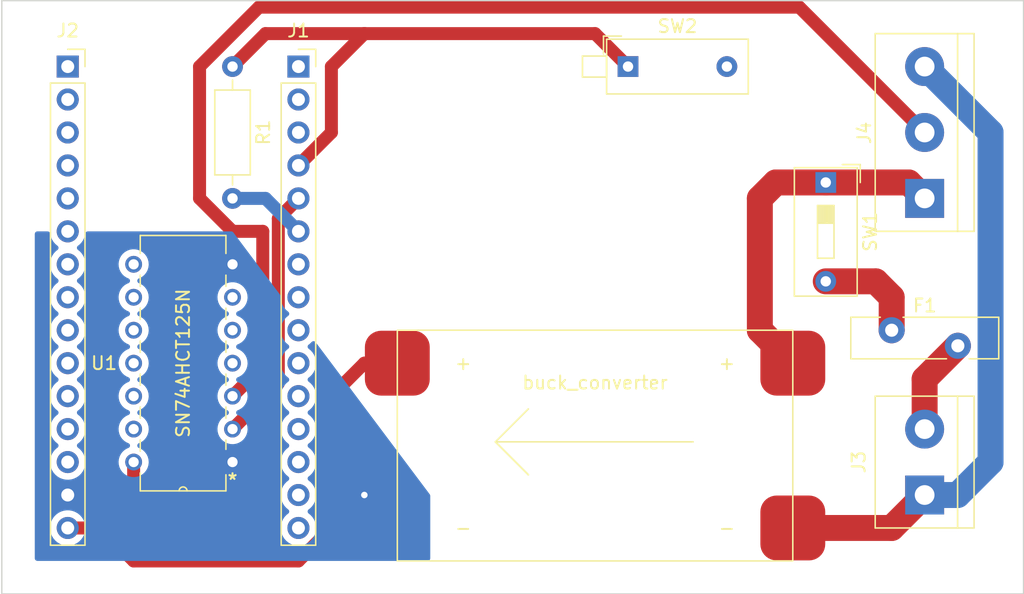
<source format=kicad_pcb>
(kicad_pcb (version 20211014) (generator pcbnew)
  (layers (0 "F.Cu" signal) (31 "B.Cu" signal) (34 "B.Paste" user) (35 "F.Paste" user) (36 "B.SilkS" user "B.Silkscreen") (37 "F.SilkS" user "F.Silkscreen") (38 "B.Mask" user) (39 "F.Mask" user) (44 "Edge.Cuts" user))
  (net 0 "")
  (net 21 "GND")
  (net 31 "Net-(J4-Pad2)")
  (net 32 "+12V")
  (net 33 "+5V")
  (net 34 "Net-(R1-Pad1)")
  (net 35 "Net-(U1-Pad2)")
  (net 36 "Net-(R1-Pad2)")
  (net 42 "Net-(F1-Pad1)")
  (net 43 "Net-(J3-Pad2)")
  (footprint "Resistor_THT:R_Axial_DIN0207_L6.3mm_D2.5mm_P10.16mm_Horizontal" (layer "F.Cu") (at 152.4 104.14 -90)
    (fp_text reference "R1" (at 5.08 -2.37 90) (layer "F.SilkS"))
    (fp_text value "R")
    (fp_line (start 1.04 0) (end 1.81 0) (layer "F.SilkS") (width 0.12))
    (fp_line (start 1.81 -1.37) (end 1.81 1.37) (layer "F.SilkS") (width 0.12))
    (fp_line (start 1.81 1.37) (end 8.35 1.37) (layer "F.SilkS") (width 0.12))
    (fp_line (start 8.35 -1.37) (end 1.81 -1.37) (layer "F.SilkS") (width 0.12))
    (fp_line (start 9.12 0) (end 8.35 0) (layer "F.SilkS") (width 0.12))
    (fp_line (start 8.35 1.37) (end 8.35 -1.37) (layer "F.SilkS") (width 0.12))
    (pad "1" thru_hole circle (at 0 0 270) (size 1.6 1.6) (drill 0.8) (layers *.Cu *.Mask) (net 34 "Net-(R1-Pad1)"))
    (pad "2" thru_hole oval (at 10.16 0 270) (size 1.6 1.6) (drill 0.8) (layers *.Cu *.Mask) (net 36 "Net-(R1-Pad2)"))
  )
  (footprint "TerminalBlock:TerminalBlock_bornier-3_P5.08mm" (layer "F.Cu") (at 205.74 114.3 90)
    (fp_text reference "J4" (at 5.05 -4.65 90) (layer "F.SilkS"))
    (fp_text value "led_output")
    (fp_line (start -2.54 -3.81) (end 12.7 -3.81) (layer "F.SilkS") (width 0.12))
    (fp_line (start 12.7 3.81) (end 12.7 -3.81) (layer "F.SilkS") (width 0.12))
    (fp_line (start -2.54 3.81) (end -2.54 -3.81) (layer "F.SilkS") (width 0.12))
    (fp_line (start -2.54 3.81) (end 12.7 3.81) (layer "F.SilkS") (width 0.12))
    (fp_line (start -2.54 2.54) (end 12.7 2.54) (layer "F.SilkS") (width 0.12))
    (pad "1" thru_hole rect (at 0 0 90) (size 3 3) (drill 1.52) (layers *.Cu *.Mask) (net 32 "+12V"))
    (pad "2" thru_hole circle (at 5.08 0 90) (size 3 3) (drill 1.52) (layers *.Cu *.Mask) (net 31 "Net-(J4-Pad2)"))
    (pad "3" thru_hole circle (at 10.16 0 90) (size 3 3) (drill 1.52) (layers *.Cu *.Mask) (net 21 "GND"))
  )
  (footprint "Connector_PinSocket_2.54mm:PinSocket_1x15_P2.54mm_Vertical" (layer "F.Cu") (at 157.48 104.14)
    (fp_text reference "J1" (at 0 -2.77) (layer "F.SilkS"))
    (fp_text value "Conn_01x15")
    (fp_line (start 1.33 1.27) (end 1.33 36.89) (layer "F.SilkS") (width 0.12))
    (fp_line (start 0 -1.33) (end 1.33 -1.33) (layer "F.SilkS") (width 0.12))
    (fp_line (start -1.33 1.27) (end 1.33 1.27) (layer "F.SilkS") (width 0.12))
    (fp_line (start -1.33 36.89) (end 1.33 36.89) (layer "F.SilkS") (width 0.12))
    (fp_line (start -1.33 1.27) (end -1.33 36.89) (layer "F.SilkS") (width 0.12))
    (fp_line (start 1.33 -1.33) (end 1.33 0) (layer "F.SilkS") (width 0.12))
    (pad "1" thru_hole rect (at 0 0) (size 1.7 1.7) (drill 1) (layers *.Cu *.Mask))
    (pad "2" thru_hole oval (at 0 2.54) (size 1.7 1.7) (drill 1) (layers *.Cu *.Mask))
    (pad "3" thru_hole oval (at 0 5.08) (size 1.7 1.7) (drill 1) (layers *.Cu *.Mask))
    (pad "4" thru_hole oval (at 0 7.62) (size 1.7 1.7) (drill 1) (layers *.Cu *.Mask) (net 34 "Net-(R1-Pad1)"))
    (pad "5" thru_hole oval (at 0 10.16) (size 1.7 1.7) (drill 1) (layers *.Cu *.Mask) (net 35 "Net-(U1-Pad2)"))
    (pad "6" thru_hole oval (at 0 12.7) (size 1.7 1.7) (drill 1) (layers *.Cu *.Mask) (net 36 "Net-(R1-Pad2)"))
    (pad "7" thru_hole oval (at 0 15.24) (size 1.7 1.7) (drill 1) (layers *.Cu *.Mask))
    (pad "8" thru_hole oval (at 0 17.78) (size 1.7 1.7) (drill 1) (layers *.Cu *.Mask))
    (pad "9" thru_hole oval (at 0 20.32) (size 1.7 1.7) (drill 1) (layers *.Cu *.Mask))
    (pad "10" thru_hole oval (at 0 22.86) (size 1.7 1.7) (drill 1) (layers *.Cu *.Mask))
    (pad "11" thru_hole oval (at 0 25.4) (size 1.7 1.7) (drill 1) (layers *.Cu *.Mask))
    (pad "12" thru_hole oval (at 0 27.94) (size 1.7 1.7) (drill 1) (layers *.Cu *.Mask))
    (pad "13" thru_hole oval (at 0 30.48) (size 1.7 1.7) (drill 1) (layers *.Cu *.Mask))
    (pad "14" thru_hole oval (at 0 33.02) (size 1.7 1.7) (drill 1) (layers *.Cu *.Mask))
    (pad "15" thru_hole oval (at 0 35.56) (size 1.7 1.7) (drill 1) (layers *.Cu *.Mask))
  )
  (footprint "SN75AHCT125N:SN74AHCT125N" (layer "F.Cu") (at 144.78 119.38 180)
    (fp_text reference "U1" (at 2.281388 -7.620001) (layer "F.SilkS"))
    (fp_text value "SN74AHCT125N" (at -3.81 -7.62 90) (layer "F.SilkS"))
    (fp_text user "*" (at -7.62 -16.6497) (layer "F.SilkS"))
    (fp_text user "*" (at -7.62 -16.6497) (layer "F.SilkS"))
    (fp_line (start -7.112 0.838569) (end -7.112 2.2225) (layer "F.SilkS") (width 0.12))
    (fp_line (start -0.508 -0.838569) (end -0.508 -1.701431) (layer "F.SilkS") (width 0.12))
    (fp_line (start -0.508 -16.078569) (end -0.508 -17.4625) (layer "F.SilkS") (width 0.12))
    (fp_line (start -0.508 -3.378569) (end -0.508 -4.241431) (layer "F.SilkS") (width 0.12))
    (fp_line (start -0.508 -8.458569) (end -0.508 -9.321431) (layer "F.SilkS") (width 0.12))
    (fp_line (start -0.508 -17.4625) (end -7.112 -17.4625) (layer "F.SilkS") (width 0.12))
    (fp_line (start -7.112 -11.861431) (end -7.112 -10.998569) (layer "F.SilkS") (width 0.12))
    (fp_line (start -0.508 -10.998569) (end -0.508 -11.861431) (layer "F.SilkS") (width 0.12))
    (fp_line (start -7.112 -17.4625) (end -7.112 -16.22044) (layer "F.SilkS") (width 0.12))
    (fp_line (start -7.112 -14.25956) (end -7.112 -13.538569) (layer "F.SilkS") (width 0.12))
    (fp_line (start -7.112 -4.241431) (end -7.112 -3.378569) (layer "F.SilkS") (width 0.12))
    (fp_line (start -0.508 2.2225) (end -0.508 0.838569) (layer "F.SilkS") (width 0.12))
    (fp_line (start -7.112 -6.781431) (end -7.112 -5.918569) (layer "F.SilkS") (width 0.12))
    (fp_line (start -0.508 -13.538569) (end -0.508 -14.401431) (layer "F.SilkS") (width 0.12))
    (fp_line (start -7.112 -9.321431) (end -7.112 -8.458569) (layer "F.SilkS") (width 0.12))
    (fp_line (start -7.112 2.2225) (end -0.508 2.2225) (layer "F.SilkS") (width 0.12))
    (fp_line (start -7.112 -1.701431) (end -7.112 -0.838569) (layer "F.SilkS") (width 0.12))
    (fp_line (start -0.508 -5.918569) (end -0.508 -6.781431) (layer "F.SilkS") (width 0.12))
    (fp_arc (start -3.5052 -17.4625) (mid -3.81 -17.1577) (end -4.1148 -17.4625) (layer "F.SilkS") (width 0.12))
    (pad "1" thru_hole rect locked (at -7.62 -15.24 180) (size 1.2954 1.2954) (drill 0.7874) (layers *.Cu *.Mask) (net 21 "GND"))
    (pad "2" thru_hole circle locked (at -7.62 -12.7 180) (size 1.2954 1.2954) (drill 0.7874) (layers *.Cu *.Mask) (net 35 "Net-(U1-Pad2)"))
    (pad "3" thru_hole circle locked (at -7.62 -10.16 180) (size 1.2954 1.2954) (drill 0.7874) (layers *.Cu *.Mask) (net 31 "Net-(J4-Pad2)"))
    (pad "4" thru_hole circle locked (at -7.62 -7.62 180) (size 1.2954 1.2954) (drill 0.7874) (layers *.Cu *.Mask))
    (pad "5" thru_hole circle locked (at -7.62 -5.08 180) (size 1.2954 1.2954) (drill 0.7874) (layers *.Cu *.Mask))
    (pad "6" thru_hole circle locked (at -7.62 -2.54 180) (size 1.2954 1.2954) (drill 0.7874) (layers *.Cu *.Mask))
    (pad "7" thru_hole circle locked (at -7.62 0 180) (size 1.2954 1.2954) (drill 0.7874) (layers *.Cu *.Mask) (net 21 "GND"))
    (pad "8" thru_hole circle locked (at 0 0 180) (size 1.2954 1.2954) (drill 0.7874) (layers *.Cu *.Mask))
    (pad "9" thru_hole circle locked (at 0 -2.54 180) (size 1.2954 1.2954) (drill 0.7874) (layers *.Cu *.Mask))
    (pad "10" thru_hole circle locked (at 0 -5.08 180) (size 1.2954 1.2954) (drill 0.7874) (layers *.Cu *.Mask))
    (pad "11" thru_hole circle locked (at 0 -7.62 180) (size 1.2954 1.2954) (drill 0.7874) (layers *.Cu *.Mask))
    (pad "12" thru_hole circle locked (at 0 -10.16 180) (size 1.2954 1.2954) (drill 0.7874) (layers *.Cu *.Mask))
    (pad "13" thru_hole circle locked (at 0 -12.7 180) (size 1.2954 1.2954) (drill 0.7874) (layers *.Cu *.Mask))
    (pad "14" thru_hole circle locked (at 0 -15.24 180) (size 1.2954 1.2954) (drill 0.7874) (layers *.Cu *.Mask) (net 33 "+5V"))
  )
  (footprint "Fuse:Fuse_Bourns_MF-RHT500" (layer "F.Cu") (at 203.2 124.46)
    (fp_text reference "F1" (at 2.55 -1.9) (layer "F.SilkS"))
    (fp_text value "Polyfuse")
    (fp_line (start 5.979 2.2) (end 8.25 2.2) (layer "F.SilkS") (width 0.12))
    (fp_line (start -3.15 2.2) (end 4.222 2.2) (layer "F.SilkS") (width 0.12))
    (fp_line (start -3.15 -1) (end -3.15 2.2) (layer "F.SilkS") (width 0.12))
    (fp_line (start -3.15 -1) (end -0.879 -1) (layer "F.SilkS") (width 0.12))
    (fp_line (start 8.25 -1) (end 8.25 2.2) (layer "F.SilkS") (width 0.12))
    (fp_line (start 0.879 -1) (end 8.25 -1) (layer "F.SilkS") (width 0.12))
    (pad "1" thru_hole circle (at 0 0) (size 2.01 2.01) (drill 1.01) (layers *.Cu *.Mask) (net 42 "Net-(F1-Pad1)"))
    (pad "2" thru_hole circle (at 5.1 1.2) (size 2.01 2.01) (drill 1.01) (layers *.Cu *.Mask) (net 43 "Net-(J3-Pad2)"))
  )
  (footprint "SN75AHCT125N:mini560_AR7" (layer "F.Cu") (at 180.34 132.08)
    (fp_text reference "PS1")
    (fp_text value "buck_converter" (at 0 -3.58 unlocked) (layer "F.SilkS"))
    (fp_text user "-" (at -10.16 7.62 unlocked) (layer "F.SilkS"))
    (fp_text user "-" (at 10.16 7.62 unlocked) (layer "F.SilkS"))
    (fp_text user "+" (at 10.16 -5.08 unlocked) (layer "F.SilkS"))
    (fp_text user "+" (at -10.16 -5.08 unlocked) (layer "F.SilkS"))
    (fp_line (start -5.137591 3.522043) (end -7.677591 0.982043) (layer "F.SilkS") (width 0.12))
    (fp_line (start 7.562409 0.982043) (end -7.677591 0.982043) (layer "F.SilkS") (width 0.12))
    (fp_line (start -7.677591 0.982043) (end -5.137591 3.522043) (layer "F.SilkS") (width 0.12))
    (fp_line (start -7.677591 0.982043) (end -5.137591 -1.557957) (layer "F.SilkS") (width 0.12))
    (fp_rect (start -15.24 10.16) (end 15.24 -7.62) (layer "F.SilkS") (width 0.12) (fill none))
    (pad "1" smd roundrect (at 15.24 7.62) (size 5 5) (layers "F.Cu" "F.Paste" "F.Mask") (net 21 "GND"))
    (pad "2" smd roundrect (at 15.24 -5.08) (size 5 5) (layers "F.Cu" "F.Paste" "F.Mask") (net 32 "+12V"))
    (pad "3" smd roundrect (at -15.24 7.62) (size 5 5) (layers "F.Cu" "F.Paste" "F.Mask") (net 21 "GND"))
    (pad "4" smd roundrect (at -15.24 -5.08) (size 5 5) (layers "F.Cu" "F.Paste" "F.Mask") (net 33 "+5V"))
  )
  (footprint "Button_Switch_THT:SW_DIP_SPSTx01_Piano_10.8x4.1mm_W7.62mm_P2.54mm" (layer "F.Cu") (at 182.88 104.14)
    (fp_text reference "SW2" (at 3.81 -3.11) (layer "F.SilkS"))
    (fp_text value "SW_Push")
    (fp_line (start 9.27 -2.11) (end 9.27 2.11) (layer "F.SilkS") (width 0.12))
    (fp_line (start -3.51 -0.81) (end -3.51 0.81) (layer "F.SilkS") (width 0.12))
    (fp_line (start -1.65 2.11) (end 9.27 2.11) (layer "F.SilkS") (width 0.12))
    (fp_line (start -3.51 0.81) (end -1.65 0.81) (layer "F.SilkS") (width 0.12))
    (fp_line (start -1.89 -2.35) (end -0.507 -2.35) (layer "F.SilkS") (width 0.12))
    (fp_line (start -1.65 -2.11) (end -1.65 2.11) (layer "F.SilkS") (width 0.12))
    (fp_line (start -1.65 -2.11) (end 9.27 -2.11) (layer "F.SilkS") (width 0.12))
    (fp_line (start -1.89 -2.35) (end -1.89 -0.967) (layer "F.SilkS") (width 0.12))
    (fp_line (start -1.65 -0.81) (end -1.65 0.81) (layer "F.SilkS") (width 0.12))
    (fp_line (start -3.51 -0.81) (end -1.65 -0.81) (layer "F.SilkS") (width 0.12))
    (pad "1" thru_hole rect (at 0 0) (size 1.6 1.6) (drill 0.8) (layers *.Cu *.Mask) (net 34 "Net-(R1-Pad1)"))
    (pad "2" thru_hole oval (at 7.62 0) (size 1.6 1.6) (drill 0.8) (layers *.Cu *.Mask) (net 21 "GND"))
  )
  (footprint "Button_Switch_THT:SW_DIP_SPSTx01_Slide_9.78x4.72mm_W7.62mm_P2.54mm" (layer "F.Cu") (at 198.12 113.0725 -90)
    (fp_text reference "SW1" (at 3.81 -3.42 90) (layer "F.SilkS"))
    (fp_text value "SW_SPST")
    (fp_line (start 1.78 0.205) (end 3.133333 0.205) (layer "F.SilkS") (width 0.12))
    (fp_line (start 8.76 -2.42) (end 8.76 2.42) (layer "F.SilkS") (width 0.12))
    (fp_line (start 1.78 0.325) (end 3.133333 0.325) (layer "F.SilkS") (width 0.12))
    (fp_line (start 1.78 0.445) (end 3.133333 0.445) (layer "F.SilkS") (width 0.12))
    (fp_line (start 1.78 -0.275) (end 3.133333 -0.275) (layer "F.SilkS") (width 0.12))
    (fp_line (start 1.78 0.635) (end 5.84 0.635) (layer "F.SilkS") (width 0.12))
    (fp_line (start -1.14 -2.42) (end 8.76 -2.42) (layer "F.SilkS") (width 0.12))
    (fp_line (start 1.78 -0.515) (end 3.133333 -0.515) (layer "F.SilkS") (width 0.12))
    (fp_line (start 5.84 0.635) (end 5.84 -0.635) (layer "F.SilkS") (width 0.12))
    (fp_line (start -1.38 -2.66) (end 0.004 -2.66) (layer "F.SilkS") (width 0.12))
    (fp_line (start 1.78 -0.395) (end 3.133333 -0.395) (layer "F.SilkS") (width 0.12))
    (fp_line (start -1.14 2.42) (end 8.76 2.42) (layer "F.SilkS") (width 0.12))
    (fp_line (start 1.78 -0.635) (end 1.78 0.635) (layer "F.SilkS") (width 0.12))
    (fp_line (start 1.78 -0.035) (end 3.133333 -0.035) (layer "F.SilkS") (width 0.12))
    (fp_line (start 3.133333 -0.635) (end 3.133333 0.635) (layer "F.SilkS") (width 0.12))
    (fp_line (start -1.38 -2.66) (end -1.38 -1.277) (layer "F.SilkS") (width 0.12))
    (fp_line (start 5.84 -0.635) (end 1.78 -0.635) (layer "F.SilkS") (width 0.12))
    (fp_line (start 1.78 0.085) (end 3.133333 0.085) (layer "F.SilkS") (width 0.12))
    (fp_line (start -1.14 -2.42) (end -1.14 2.42) (layer "F.SilkS") (width 0.12))
    (fp_line (start 1.78 -0.155) (end 3.133333 -0.155) (layer "F.SilkS") (width 0.12))
    (fp_line (start 1.78 0.565) (end 3.133333 0.565) (layer "F.SilkS") (width 0.12))
    (pad "1" thru_hole rect (at 0 0 270) (size 1.6 1.6) (drill 0.8) (layers *.Cu *.Mask) (net 32 "+12V"))
    (pad "2" thru_hole oval (at 7.62 0 270) (size 1.6 1.6) (drill 0.8) (layers *.Cu *.Mask) (net 42 "Net-(F1-Pad1)"))
  )
  (footprint "TerminalBlock:TerminalBlock_bornier-2_P5.08mm" (layer "F.Cu") (at 205.74 137.16 90)
    (fp_text reference "J3" (at 2.54 -5.08 90) (layer "F.SilkS"))
    (fp_text value "12v_input")
    (fp_line (start 7.62 3.81) (end 7.62 -3.81) (layer "F.SilkS") (width 0.12))
    (fp_line (start 7.62 -3.81) (end -2.54 -3.81) (layer "F.SilkS") (width 0.12))
    (fp_line (start -2.54 3.81) (end 7.62 3.81) (layer "F.SilkS") (width 0.12))
    (fp_line (start -2.54 -3.81) (end -2.54 3.81) (layer "F.SilkS") (width 0.12))
    (fp_line (start 7.62 2.54) (end -2.54 2.54) (layer "F.SilkS") (width 0.12))
    (pad "1" thru_hole rect (at 0 0 90) (size 3 3) (drill 1.52) (layers *.Cu *.Mask) (net 21 "GND"))
    (pad "2" thru_hole circle (at 5.08 0 90) (size 3 3) (drill 1.52) (layers *.Cu *.Mask) (net 43 "Net-(J3-Pad2)"))
  )
  (footprint "Connector_PinSocket_2.54mm:PinSocket_1x15_P2.54mm_Vertical" (layer "F.Cu") (at 139.7 104.14)
    (fp_text reference "J2" (at 0 -2.77) (layer "F.SilkS"))
    (fp_text value "conn_esp_left")
    (fp_line (start -1.33 36.89) (end 1.33 36.89) (layer "F.SilkS") (width 0.12))
    (fp_line (start 1.33 1.27) (end 1.33 36.89) (layer "F.SilkS") (width 0.12))
    (fp_line (start -1.33 1.27) (end 1.33 1.27) (layer "F.SilkS") (width 0.12))
    (fp_line (start 1.33 -1.33) (end 1.33 0) (layer "F.SilkS") (width 0.12))
    (fp_line (start 0 -1.33) (end 1.33 -1.33) (layer "F.SilkS") (width 0.12))
    (fp_line (start -1.33 1.27) (end -1.33 36.89) (layer "F.SilkS") (width 0.12))
    (pad "1" thru_hole rect (at 0 0) (size 1.7 1.7) (drill 1) (layers *.Cu *.Mask))
    (pad "2" thru_hole oval (at 0 2.54) (size 1.7 1.7) (drill 1) (layers *.Cu *.Mask))
    (pad "3" thru_hole oval (at 0 5.08) (size 1.7 1.7) (drill 1) (layers *.Cu *.Mask))
    (pad "4" thru_hole oval (at 0 7.62) (size 1.7 1.7) (drill 1) (layers *.Cu *.Mask))
    (pad "5" thru_hole oval (at 0 10.16) (size 1.7 1.7) (drill 1) (layers *.Cu *.Mask))
    (pad "6" thru_hole oval (at 0 12.7) (size 1.7 1.7) (drill 1) (layers *.Cu *.Mask))
    (pad "7" thru_hole oval (at 0 15.24) (size 1.7 1.7) (drill 1) (layers *.Cu *.Mask))
    (pad "8" thru_hole oval (at 0 17.78) (size 1.7 1.7) (drill 1) (layers *.Cu *.Mask))
    (pad "9" thru_hole oval (at 0 20.32) (size 1.7 1.7) (drill 1) (layers *.Cu *.Mask))
    (pad "10" thru_hole oval (at 0 22.86) (size 1.7 1.7) (drill 1) (layers *.Cu *.Mask))
    (pad "11" thru_hole oval (at 0 25.4) (size 1.7 1.7) (drill 1) (layers *.Cu *.Mask))
    (pad "12" thru_hole oval (at 0 27.94) (size 1.7 1.7) (drill 1) (layers *.Cu *.Mask))
    (pad "13" thru_hole oval (at 0 30.48) (size 1.7 1.7) (drill 1) (layers *.Cu *.Mask))
    (pad "14" thru_hole oval (at 0 33.02) (size 1.7 1.7) (drill 1) (layers *.Cu *.Mask) (net 21 "GND"))
    (pad "15" thru_hole oval (at 0 35.56) (size 1.7 1.7) (drill 1) (layers *.Cu *.Mask) (net 33 "+5V"))
  )
  (gr_line (start 213.36 144.78) (end 134.62 144.78) (layer "Edge.Cuts") (width 0.1))
  (gr_line (start 134.62 144.78) (end 134.62 99.06) (layer "Edge.Cuts") (width 0.1))
  (gr_line (start 213.36 99.06) (end 213.36 144.78) (layer "Edge.Cuts") (width 0.1))
  (gr_line (start 134.62 99.06) (end 213.36 99.06) (layer "Edge.Cuts") (width 0.1))
  (segment (start 195.58 139.7) (end 203.2 139.7) (width 2) (layer "F.Cu") (net 21))
  (segment (start 203.2 139.7) (end 205.74 137.16) (width 2) (layer "F.Cu") (net 21))
  (segment (start 162.56 137.16) (end 165.1 139.7) (width 1) (layer "F.Cu") (net 21))
  (via (at 162.56 137.16) (size 1) (drill 0.5) (layers "F.Cu" "B.Cu") (net 21))
  (segment (start 210.82 109.22) (end 210.82 134.62) (width 2) (layer "B.Cu") (net 21))
  (segment (start 210.82 134.62) (end 208.28 137.16) (width 2) (layer "B.Cu") (net 21))
  (segment (start 205.74 104.14) (end 210.82 109.22) (width 2) (layer "B.Cu") (net 21))
  (segment (start 208.28 137.16) (end 205.74 137.16) (width 2) (layer "B.Cu") (net 21))
  (segment (start 196.08002 99.56002) (end 205.74 109.22) (width 1) (layer "F.Cu") (net 31))
  (segment (start 154.43998 99.56002) (end 196.08002 99.56002) (width 1) (layer "F.Cu") (net 31))
  (segment (start 152.4 129.54) (end 154.730969 127.209031) (width 1) (layer "F.Cu") (net 31))
  (segment (start 154.730969 116.84) (end 152.4 116.84) (width 1) (layer "F.Cu") (net 31))
  (segment (start 149.86 114.3) (end 149.86 104.14) (width 1) (layer "F.Cu") (net 31))
  (segment (start 154.730969 127.209031) (end 154.730969 116.84) (width 1) (layer "F.Cu") (net 31))
  (segment (start 149.86 104.14) (end 154.43998 99.56002) (width 1) (layer "F.Cu") (net 31))
  (segment (start 152.4 116.84) (end 149.86 114.3) (width 1) (layer "F.Cu") (net 31))
  (segment (start 195.58 127) (end 193.04 124.46) (width 2) (layer "F.Cu") (net 32))
  (segment (start 193.04 114.3) (end 194.2675 113.0725) (width 2) (layer "F.Cu") (net 32))
  (segment (start 198.12 113.0725) (end 204.5125 113.0725) (width 2) (layer "F.Cu") (net 32))
  (segment (start 193.04 124.46) (end 193.04 114.3) (width 2) (layer "F.Cu") (net 32))
  (segment (start 194.2675 113.0725) (end 198.12 113.0725) (width 2) (layer "F.Cu") (net 32))
  (segment (start 204.5125 113.0725) (end 205.74 114.3) (width 2) (layer "F.Cu") (net 32))
  (segment (start 142.24 139.7) (end 139.7 139.7) (width 1) (layer "F.Cu") (net 33))
  (segment (start 165.1 127) (end 162.56 127) (width 1) (layer "F.Cu") (net 33))
  (segment (start 144.78 142.24) (end 142.24 139.7) (width 1) (layer "F.Cu") (net 33))
  (segment (start 160.02 139.7) (end 157.48 142.24) (width 1) (layer "F.Cu") (net 33))
  (segment (start 162.56 127) (end 160.02 129.54) (width 1) (layer "F.Cu") (net 33))
  (segment (start 144.78 137.16) (end 142.24 139.7) (width 1) (layer "F.Cu") (net 33))
  (segment (start 144.78 134.62) (end 144.78 137.16) (width 1) (layer "F.Cu") (net 33))
  (segment (start 160.02 129.54) (end 160.02 139.7) (width 1) (layer "F.Cu") (net 33))
  (segment (start 157.48 142.24) (end 144.78 142.24) (width 1) (layer "F.Cu") (net 33))
  (segment (start 162.56 101.6) (end 180.34 101.6) (width 1) (layer "F.Cu") (net 34))
  (segment (start 152.4 104.14) (end 154.94 101.6) (width 1) (layer "F.Cu") (net 34))
  (segment (start 160.02 109.22) (end 160.02 104.14) (width 1) (layer "F.Cu") (net 34))
  (segment (start 154.94 101.6) (end 162.56 101.6) (width 1) (layer "F.Cu") (net 34))
  (segment (start 157.48 111.76) (end 160.02 109.22) (width 1) (layer "F.Cu") (net 34))
  (segment (start 160.02 104.14) (end 162.56 101.6) (width 1) (layer "F.Cu") (net 34))
  (segment (start 180.34 101.6) (end 182.88 104.14) (width 1) (layer "F.Cu") (net 34))
  (segment (start 155.930489 115.849511) (end 157.48 114.3) (width 1) (layer "F.Cu") (net 35))
  (segment (start 155.930489 128.549511) (end 155.930489 115.849511) (width 1) (layer "F.Cu") (net 35))
  (segment (start 152.4 132.08) (end 155.930489 128.549511) (width 1) (layer "F.Cu") (net 35))
  (segment (start 152.4 114.3) (end 154.94 114.3) (width 1) (layer "B.Cu") (net 36))
  (segment (start 154.94 114.3) (end 157.48 116.84) (width 1) (layer "B.Cu") (net 36))
  (segment (start 203.2 121.92) (end 201.9725 120.6925) (width 2) (layer "F.Cu") (net 42))
  (segment (start 203.2 124.46) (end 203.2 121.92) (width 2) (layer "F.Cu") (net 42))
  (segment (start 201.9725 120.6925) (end 198.12 120.6925) (width 2) (layer "F.Cu") (net 42))
  (segment (start 205.74 128.22) (end 208.3 125.66) (width 2) (layer "F.Cu") (net 43))
  (segment (start 205.74 132.08) (end 205.74 128.22) (width 2) (layer "F.Cu") (net 43))
  (zone (net 21) (net_name "GND") (layer "B.Cu") (connect_pads yes (clearance 0.508)) (min_thickness 0.4) (fill yes (thermal_gap 0.508) (thermal_bridge_width 0.508))
    (polygon (pts (xy 167.64 137.16) (xy 167.64 142.24) (xy 137.16 142.24) (xy 137.16 116.84) (xy 152.4 116.84)))
  )
)
</source>
